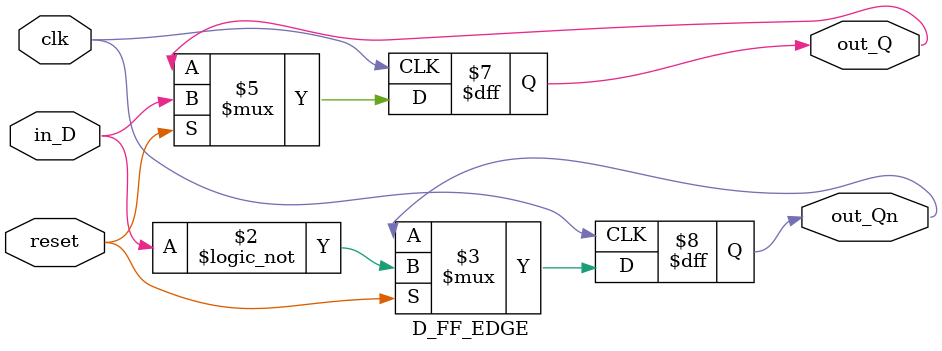
<source format=v>
module D_FF_EDGE (clk, reset, in_D, out_Q, out_Qn);

input clk, in_D, reset;
output out_Q, out_Qn;

reg out_Q, out_Qn;

always@(posedge clk)
	if(reset)
		begin
		out_Q <= in_D;
		out_Qn <= !in_D;
		end

endmodule 
</source>
